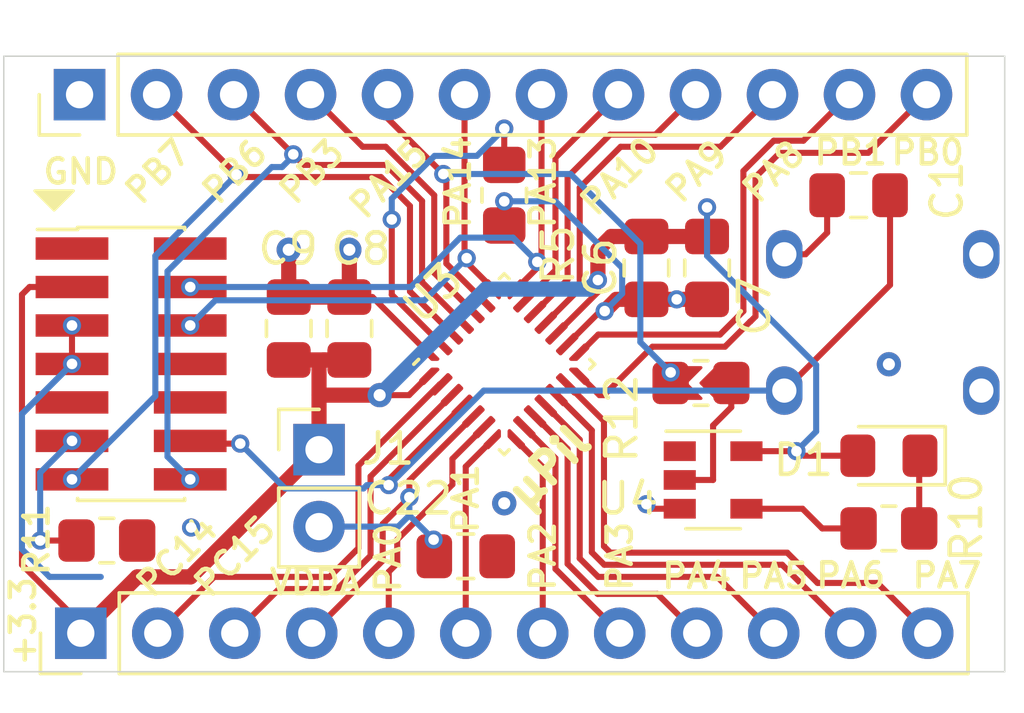
<source format=kicad_pcb>
(kicad_pcb (version 20211014) (generator pcbnew)
  (layers (0 "F.Cu" signal) (31 "B.Cu" signal) (34 "B.Paste" user) (35 "F.Paste" user) (36 "B.SilkS" user "B.Silkscreen") (37 "F.SilkS" user "F.Silkscreen") (38 "B.Mask" user) (39 "F.Mask" user) (44 "Edge.Cuts" user))
  (net 0 "")
  (footprint "Capacitor_SMD:C_0805_2012Metric_Pad1.18x1.45mm_HandSolder" (layer "F.Cu") (at 113.91 64.14 -90)
    (fp_text reference "C6" (at -0.005 1.515 -90) (layer "F.SilkS"))
    (fp_text value "100nF")
    (fp_line (start -0.261252 -0.735) (end 0.261252 -0.735) (layer "F.SilkS") (width 0.12))
    (fp_line (start -0.261252 0.735) (end 0.261252 0.735) (layer "F.SilkS") (width 0.12))
    (pad "1" smd roundrect locked (at -1.0375 0 270) (size 1.175 1.45) (layers "F.Cu" "F.Paste" "F.Mask") (roundrect_rratio 0.212766))
    (pad "2" smd roundrect locked (at 1.0375 0 270) (size 1.175 1.45) (layers "F.Cu" "F.Paste" "F.Mask") (roundrect_rratio 0.212766))
  )
  (footprint "Capacitor_SMD:C_0805_2012Metric_Pad1.18x1.45mm_HandSolder" (layer "F.Cu") (at 120.91 61.74)
    (fp_text reference "C1" (at 2.915 -0.145 270) (layer "F.SilkS"))
    (fp_text value "1uF")
    (fp_line (start -0.261252 -0.735) (end 0.261252 -0.735) (layer "F.SilkS") (width 0.12))
    (fp_line (start -0.261252 0.735) (end 0.261252 0.735) (layer "F.SilkS") (width 0.12))
    (pad "1" smd roundrect locked (at -1.0375 0) (size 1.175 1.45) (layers "F.Cu" "F.Paste" "F.Mask") (roundrect_rratio 0.212766))
    (pad "2" smd roundrect locked (at 1.0375 0) (size 1.175 1.45) (layers "F.Cu" "F.Paste" "F.Mask") (roundrect_rratio 0.212766))
  )
  (footprint "Package_TO_SOT_SMD:SOT-23-5" (layer "F.Cu") (at 116.11 71.14)
    (fp_text reference "U4" (at -2.82 0.615) (layer "F.SilkS"))
    (fp_text value "74AUC1G06")
    (fp_line (start -0.9 1.61) (end 0.9 1.61) (layer "F.SilkS") (width 0.12))
    (fp_line (start 0.9 -1.61) (end -1.55 -1.61) (layer "F.SilkS") (width 0.12))
    (pad "1" smd rect locked (at -1.1 -0.95) (size 1.06 0.65) (layers "F.Cu" "F.Paste" "F.Mask"))
    (pad "2" smd rect locked (at -1.1 0) (size 1.06 0.65) (layers "F.Cu" "F.Paste" "F.Mask"))
    (pad "3" smd rect locked (at -1.1 0.95) (size 1.06 0.65) (layers "F.Cu" "F.Paste" "F.Mask"))
    (pad "4" smd rect locked (at 1.1 0.95) (size 1.06 0.65) (layers "F.Cu" "F.Paste" "F.Mask"))
    (pad "5" smd rect locked (at 1.1 -0.95) (size 1.06 0.65) (layers "F.Cu" "F.Paste" "F.Mask"))
  )
  (footprint "Package_DFN_QFN:QFN-28_4x4mm_P0.5mm" (layer "F.Cu") (at 109.22 67.32 45)
    (fp_text reference "U3" (at 0 -3.32 45) (layer "F.SilkS"))
    (fp_text value "STM32F767VITx" hide)
    (fp_line (start 2.11 2.11) (end 2.11 1.885) (layer "F.SilkS") (width 0.12))
    (fp_line (start 1.885 -2.11) (end 2.11 -2.11) (layer "F.SilkS") (width 0.12))
    (fp_line (start -1.885 -2.11) (end -2.11 -2.11) (layer "F.SilkS") (width 0.12))
    (fp_line (start 1.885 2.11) (end 2.11 2.11) (layer "F.SilkS") (width 0.12))
    (fp_line (start 2.11 -2.11) (end 2.11 -1.885) (layer "F.SilkS") (width 0.12))
    (fp_line (start -1.885 2.11) (end -2.11 2.11) (layer "F.SilkS") (width 0.12))
    (fp_line (start -2.11 2.11) (end -2.11 1.885) (layer "F.SilkS") (width 0.12))
    (pad "1" smd custom locked (at -1.9975 -1.5 45) (size 0.136863 0.136863) (layers "F.Cu" "F.Paste" "F.Mask") (options (clearance outline) (anchor circle)) (primitives (gr_poly (pts (xy -0.3325 -0.08) (xy 0.19886 -0.08) (xy 0.3325 0.05364) (xy 0.3325 0.08) (xy -0.3325 0.08)) (width 0.09) (fill yes))))
    (pad "2" smd roundrect locked (at -1.9375 -1 45) (size 0.875 0.25) (layers "F.Cu" "F.Paste" "F.Mask"))
    (pad "3" smd roundrect locked (at -1.9375 -0.5 45) (size 0.875 0.25) (layers "F.Cu" "F.Paste" "F.Mask"))
    (pad "4" smd roundrect locked (at -1.9375 0 45) (size 0.875 0.25) (layers "F.Cu" "F.Paste" "F.Mask"))
    (pad "5" smd roundrect locked (at -1.9375 0.5 45) (size 0.875 0.25) (layers "F.Cu" "F.Paste" "F.Mask"))
    (pad "6" smd roundrect locked (at -1.9375 1 45) (size 0.875 0.25) (layers "F.Cu" "F.Paste" "F.Mask"))
    (pad "7" smd custom locked (at -1.9975 1.5 45) (size 0.136863 0.136863) (layers "F.Cu" "F.Paste" "F.Mask") (options (clearance outline) (anchor circle)) (primitives (gr_poly (pts (xy -0.3325 -0.08) (xy 0.3325 -0.08) (xy 0.3325 -0.05364) (xy 0.19886 0.08) (xy -0.3325 0.08)) (width 0.09) (fill yes))))
    (pad "8" smd custom locked (at -1.5 1.9975 45) (size 0.136863 0.136863) (layers "F.Cu" "F.Paste" "F.Mask") (options (clearance outline) (anchor circle)) (primitives (gr_poly (pts (xy -0.08 -0.19886) (xy 0.05364 -0.3325) (xy 0.08 -0.3325) (xy 0.08 0.3325) (xy -0.08 0.3325)) (width 0.09) (fill yes))))
    (pad "9" smd roundrect locked (at -1 1.9375 45) (size 0.25 0.875) (layers "F.Cu" "F.Paste" "F.Mask"))
    (pad "10" smd roundrect locked (at -0.5 1.9375 45) (size 0.25 0.875) (layers "F.Cu" "F.Paste" "F.Mask"))
    (pad "11" smd roundrect locked (at 0 1.9375 45) (size 0.25 0.875) (layers "F.Cu" "F.Paste" "F.Mask"))
    (pad "12" smd roundrect locked (at 0.5 1.9375 45) (size 0.25 0.875) (layers "F.Cu" "F.Paste" "F.Mask"))
    (pad "13" smd roundrect locked (at 1 1.9375 45) (size 0.25 0.875) (layers "F.Cu" "F.Paste" "F.Mask"))
    (pad "14" smd custom locked (at 1.5 1.9975 45) (size 0.136863 0.136863) (layers "F.Cu" "F.Paste" "F.Mask") (options (clearance outline) (anchor circle)) (primitives (gr_poly (pts (xy -0.08 -0.3325) (xy -0.05364 -0.3325) (xy 0.08 -0.19886) (xy 0.08 0.3325) (xy -0.08 0.3325)) (width 0.09) (fill yes))))
    (pad "15" smd custom locked (at 1.9975 1.5 45) (size 0.136863 0.136863) (layers "F.Cu" "F.Paste" "F.Mask") (options (clearance outline) (anchor circle)) (primitives (gr_poly (pts (xy -0.3325 -0.08) (xy 0.3325 -0.08) (xy 0.3325 0.08) (xy -0.19886 0.08) (xy -0.3325 -0.05364)) (width 0.09) (fill yes))))
    (pad "16" smd roundrect locked (at 1.9375 1 45) (size 0.875 0.25) (layers "F.Cu" "F.Paste" "F.Mask"))
    (pad "17" smd roundrect locked (at 1.9375 0.5 45) (size 0.875 0.25) (layers "F.Cu" "F.Paste" "F.Mask"))
    (pad "18" smd roundrect locked (at 1.9375 0 45) (size 0.875 0.25) (layers "F.Cu" "F.Paste" "F.Mask"))
    (pad "19" smd roundrect locked (at 1.9375 -0.5 45) (size 0.875 0.25) (layers "F.Cu" "F.Paste" "F.Mask"))
    (pad "20" smd roundrect locked (at 1.9375 -1 45) (size 0.875 0.25) (layers "F.Cu" "F.Paste" "F.Mask"))
    (pad "21" smd custom locked (at 1.9975 -1.5 45) (size 0.136863 0.136863) (layers "F.Cu" "F.Paste" "F.Mask") (options (clearance outline) (anchor circle)) (primitives (gr_poly (pts (xy -0.3325 0.05364) (xy -0.19886 -0.08) (xy 0.3325 -0.08) (xy 0.3325 0.08) (xy -0.3325 0.08)) (width 0.09) (fill yes))))
    (pad "22" smd custom locked (at 1.5 -1.9975 45) (size 0.136863 0.136863) (layers "F.Cu" "F.Paste" "F.Mask") (options (clearance outline) (anchor circle)) (primitives (gr_poly (pts (xy -0.08 -0.3325) (xy 0.08 -0.3325) (xy 0.08 0.19886) (xy -0.05364 0.3325) (xy -0.08 0.3325)) (width 0.09) (fill yes))))
    (pad "23" smd roundrect locked (at 1 -1.9375 45) (size 0.25 0.875) (layers "F.Cu" "F.Paste" "F.Mask"))
    (pad "24" smd roundrect locked (at 0.5 -1.9375 45) (size 0.25 0.875) (layers "F.Cu" "F.Paste" "F.Mask"))
    (pad "25" smd roundrect locked (at 0 -1.9375 45) (size 0.25 0.875) (layers "F.Cu" "F.Paste" "F.Mask"))
    (pad "26" smd roundrect locked (at -0.5 -1.9375 45) (size 0.25 0.875) (layers "F.Cu" "F.Paste" "F.Mask"))
    (pad "27" smd roundrect locked (at -1 -1.9375 45) (size 0.25 0.875) (layers "F.Cu" "F.Paste" "F.Mask"))
    (pad "28" smd custom locked (at -1.5 -1.9975 45) (size 0.136863 0.136863) (layers "F.Cu" "F.Paste" "F.Mask") (options (clearance outline) (anchor circle)) (primitives (gr_poly (pts (xy -0.08 -0.3325) (xy 0.08 -0.3325) (xy 0.08 0.3325) (xy 0.05364 0.3325) (xy -0.08 0.19886)) (width 0.09) (fill yes))))
  )
  (footprint "Capacitor_SMD:C_0805_2012Metric_Pad1.18x1.45mm_HandSolder" (layer "F.Cu") (at 107.95 73.66)
    (fp_text reference "C22" (at -1.905 -1.905) (layer "F.SilkS"))
    (fp_text value "2.2uF")
    (fp_line (start -0.261252 -0.735) (end 0.261252 -0.735) (layer "F.SilkS") (width 0.12))
    (fp_line (start -0.261252 0.735) (end 0.261252 0.735) (layer "F.SilkS") (width 0.12))
    (pad "1" smd roundrect locked (at -1.0375 0) (size 1.175 1.45) (layers "F.Cu" "F.Paste" "F.Mask") (roundrect_rratio 0.212766))
    (pad "2" smd roundrect locked (at 1.0375 0) (size 1.175 1.45) (layers "F.Cu" "F.Paste" "F.Mask") (roundrect_rratio 0.212766))
  )
  (footprint "Custom:Schurter_LPS&LPH" (layer "F.Cu") (at 121.71 65.94 180)
    (fp_text reference "SW1" hide)
    (fp_text value "SW_Push")
    (pad "1" thru_hole oval locked (at 3.25 -2.25 180) (size 1.2 1.6) (drill 0.8) (layers *.Cu *.Mask))
    (pad "1" thru_hole oval locked (at -3.25 -2.25 180) (size 1.2 1.6) (drill 0.8) (layers *.Cu *.Mask))
    (pad "2" thru_hole oval locked (at 3.25 2.25 180) (size 1.2 1.6) (drill 0.8) (layers *.Cu *.Mask))
    (pad "2" thru_hole oval locked (at -3.25 2.25 180) (size 1.2 1.6) (drill 0.8) (layers *.Cu *.Mask))
  )
  (footprint "Connector_PinHeader_2.54mm:PinHeader_1x02_P2.54mm_Vertical" (layer "F.Cu") (at 103.11 70.14)
    (fp_text reference "J1" (at 2.28 -0.03) (layer "F.SilkS"))
    (fp_text value "Conn_01x02_Male")
    (fp_line (start -1.33 -1.33) (end 0 -1.33) (layer "F.SilkS") (width 0.12))
    (fp_line (start -1.33 1.27) (end -1.33 3.87) (layer "F.SilkS") (width 0.12))
    (fp_line (start -1.33 0) (end -1.33 -1.33) (layer "F.SilkS") (width 0.12))
    (fp_line (start 1.33 1.27) (end 1.33 3.87) (layer "F.SilkS") (width 0.12))
    (fp_line (start -1.33 1.27) (end 1.33 1.27) (layer "F.SilkS") (width 0.12))
    (fp_line (start -1.33 3.87) (end 1.33 3.87) (layer "F.SilkS") (width 0.12))
    (pad "1" thru_hole rect locked (at 0 0) (size 1.7 1.7) (drill 0.9) (layers *.Cu *.Mask))
    (pad "2" thru_hole oval locked (at 0 2.54) (size 1.7 1.7) (drill 0.9) (layers *.Cu *.Mask))
  )
  (footprint "Custom:R_0805_2012Metric_Pad1.20x1.40mm_HandSolder_Jump" (layer "F.Cu") (at 115.71 67.94 180)
    (fp_text reference "R12" (at 2.62 -1.17 90) (layer "F.SilkS"))
    (fp_text value "0R")
    (fp_poly (pts (xy 0 0) (xy -0.635 0.635) (xy -0.635 -0.635)) (layer "F.Cu") (width 0.1) (fill solid))
    (fp_poly (pts (xy 0.508 0.508) (xy 0 0.508) (xy 0.508 0)) (layer "F.Cu") (width 0.1) (fill solid))
    (fp_poly (pts (xy 0.508 0) (xy 0 -0.508) (xy 0.508 -0.508)) (layer "F.Cu") (width 0.1) (fill solid))
    (fp_line (start -0.227064 0.735) (end 0.227064 0.735) (layer "F.SilkS") (width 0.12))
    (fp_line (start -0.227064 -0.735) (end 0.227064 -0.735) (layer "F.SilkS") (width 0.12))
    (pad "1" smd roundrect locked (at -1 0 180) (size 1.2 1.4) (layers "F.Cu" "F.Paste" "F.Mask") (roundrect_rratio 0.208333))
    (pad "2" smd roundrect locked (at 1 0 180) (size 1.2 1.4) (layers "F.Cu" "F.Paste" "F.Mask") (roundrect_rratio 0.208333))
  )
  (footprint "Resistor_SMD:R_0805_2012Metric_Pad1.20x1.40mm_HandSolder" (layer "F.Cu") (at 96.11 73.14 180)
    (fp_text reference "R11" (at 2.32 0.03 90) (layer "F.SilkS") (effects (font (size 0.8 0.8))))
    (fp_text value "100Ω")
    (fp_line (start -0.227064 -0.735) (end 0.227064 -0.735) (layer "F.SilkS") (width 0.12))
    (fp_line (start -0.227064 0.735) (end 0.227064 0.735) (layer "F.SilkS") (width 0.12))
    (pad "1" smd roundrect locked (at -1 0 180) (size 1.2 1.4) (layers "F.Cu" "F.Paste" "F.Mask") (roundrect_rratio 0.208333))
    (pad "2" smd roundrect locked (at 1 0 180) (size 1.2 1.4) (layers "F.Cu" "F.Paste" "F.Mask") (roundrect_rratio 0.208333))
  )
  (footprint "Resistor_SMD:R_0805_2012Metric_Pad1.20x1.40mm_HandSolder" (layer "F.Cu") (at 109.22 61.74 -90)
    (fp_text reference "R5" (at 1.97 -1.78 90) (layer "F.SilkS"))
    (fp_text value "10k")
    (fp_line (start -0.227064 -0.735) (end 0.227064 -0.735) (layer "F.SilkS") (width 0.12))
    (fp_line (start -0.227064 0.735) (end 0.227064 0.735) (layer "F.SilkS") (width 0.12))
    (pad "1" smd roundrect locked (at -1 0 270) (size 1.2 1.4) (layers "F.Cu" "F.Paste" "F.Mask") (roundrect_rratio 0.208333))
    (pad "2" smd roundrect locked (at 1 0 270) (size 1.2 1.4) (layers "F.Cu" "F.Paste" "F.Mask") (roundrect_rratio 0.208333))
  )
  (footprint "Resistor_SMD:R_0805_2012Metric_Pad1.20x1.40mm_HandSolder" (layer "F.Cu") (at 121.91 72.74)
    (fp_text reference "R10" (at 2.55 -0.35 270) (layer "F.SilkS"))
    (fp_text value "1k")
    (fp_line (start -0.227064 0.735) (end 0.227064 0.735) (layer "F.SilkS") (width 0.12))
    (fp_line (start -0.227064 -0.735) (end 0.227064 -0.735) (layer "F.SilkS") (width 0.12))
    (pad "1" smd roundrect locked (at -1 0) (size 1.2 1.4) (layers "F.Cu" "F.Paste" "F.Mask") (roundrect_rratio 0.208333))
    (pad "2" smd roundrect locked (at 1 0) (size 1.2 1.4) (layers "F.Cu" "F.Paste" "F.Mask") (roundrect_rratio 0.208333))
  )
  (footprint "Capacitor_SMD:C_0805_2012Metric_Pad1.18x1.45mm_HandSolder" (layer "F.Cu") (at 104.11 66.14 90)
    (fp_text reference "C8" (at 2.63 0.38 180) (layer "F.SilkS"))
    (fp_text value "1uF")
    (fp_line (start -0.261252 0.735) (end 0.261252 0.735) (layer "F.SilkS") (width 0.12))
    (fp_line (start -0.261252 -0.735) (end 0.261252 -0.735) (layer "F.SilkS") (width 0.12))
    (pad "1" smd roundrect locked (at -1.0375 0 90) (size 1.175 1.45) (layers "F.Cu" "F.Paste" "F.Mask") (roundrect_rratio 0.212766))
    (pad "2" smd roundrect locked (at 1.0375 0 90) (size 1.175 1.45) (layers "F.Cu" "F.Paste" "F.Mask") (roundrect_rratio 0.212766))
  )
  (footprint "Diode_SMD:D_0805_2012Metric_Pad1.15x1.40mm_HandSolder" (layer "F.Cu") (at 121.91 70.34 180)
    (fp_text reference "D1" (at 2.82 -0.145) (layer "F.SilkS"))
    (fp_text value "LED")
    (fp_line (start -1.86 -0.96) (end -1.86 0.96) (layer "F.SilkS") (width 0.12))
    (fp_line (start 1 -0.96) (end -1.86 -0.96) (layer "F.SilkS") (width 0.12))
    (fp_line (start -1.86 0.96) (end 1 0.96) (layer "F.SilkS") (width 0.12))
    (pad "1" smd roundrect locked (at -1.025 0 180) (size 1.15 1.4) (layers "F.Cu" "F.Paste" "F.Mask") (roundrect_rratio 0.217391))
    (pad "2" smd roundrect locked (at 1.025 0 180) (size 1.15 1.4) (layers "F.Cu" "F.Paste" "F.Mask") (roundrect_rratio 0.217391))
  )
  (footprint "Capacitor_SMD:C_0805_2012Metric_Pad1.18x1.45mm_HandSolder" (layer "F.Cu") (at 115.91 64.14 -90)
    (fp_text reference "C7" (at 1.265 -1.565 90) (layer "F.SilkS"))
    (fp_text value "2.2uF")
    (fp_line (start -0.261252 -0.735) (end 0.261252 -0.735) (layer "F.SilkS") (width 0.12))
    (fp_line (start -0.261252 0.735) (end 0.261252 0.735) (layer "F.SilkS") (width 0.12))
    (pad "1" smd roundrect locked (at -1.0375 0 270) (size 1.175 1.45) (layers "F.Cu" "F.Paste" "F.Mask") (roundrect_rratio 0.212766))
    (pad "2" smd roundrect locked (at 1.0375 0 270) (size 1.175 1.45) (layers "F.Cu" "F.Paste" "F.Mask") (roundrect_rratio 0.212766))
  )
  (footprint "Capacitor_SMD:C_0805_2012Metric_Pad1.18x1.45mm_HandSolder" (layer "F.Cu") (at 102.11 66.14 90)
    (fp_text reference "C9" (at 2.63 -0.02) (layer "F.SilkS"))
    (fp_text value "100nF")
    (fp_line (start -0.261252 -0.735) (end 0.261252 -0.735) (layer "F.SilkS") (width 0.12))
    (fp_line (start -0.261252 0.735) (end 0.261252 0.735) (layer "F.SilkS") (width 0.12))
    (pad "1" smd roundrect locked (at -1.0375 0 90) (size 1.175 1.45) (layers "F.Cu" "F.Paste" "F.Mask") (roundrect_rratio 0.212766))
    (pad "2" smd roundrect locked (at 1.0375 0 90) (size 1.175 1.45) (layers "F.Cu" "F.Paste" "F.Mask") (roundrect_rratio 0.212766))
  )
  (footprint "Connector_PinHeader_2.54mm:PinHeader_1x12_P2.54mm_Vertical" (layer "F.Cu") (at 95.21 58.42 90)
    (fp_text reference "J9" hide)
    (fp_text value "76-100")
    (fp_line (start -1.33 0) (end -1.33 -1.33) (layer "F.SilkS") (width 0.12))
    (fp_line (start -1.33 29.27) (end 1.33 29.27) (layer "F.SilkS") (width 0.12))
    (fp_line (start -1.33 -1.33) (end 0 -1.33) (layer "F.SilkS") (width 0.12))
    (fp_line (start -1.33 1.27) (end -1.33 29.27) (layer "F.SilkS") (width 0.12))
    (fp_line (start -1.33 1.27) (end 1.33 1.27) (layer "F.SilkS") (width 0.12))
    (fp_line (start 1.33 1.27) (end 1.33 29.27) (layer "F.SilkS") (width 0.12))
    (pad "1" thru_hole rect locked (at 0 0 90) (size 1.7 1.7) (drill 0.9) (layers *.Cu *.Mask))
    (pad "2" thru_hole oval locked (at 0 2.54 90) (size 1.7 1.7) (drill 0.9) (layers *.Cu *.Mask))
    (pad "3" thru_hole oval locked (at 0 5.08 90) (size 1.7 1.7) (drill 0.9) (layers *.Cu *.Mask))
    (pad "4" thru_hole oval locked (at 0 7.62 90) (size 1.7 1.7) (drill 0.9) (layers *.Cu *.Mask))
    (pad "5" thru_hole oval locked (at 0 10.16 90) (size 1.7 1.7) (drill 0.9) (layers *.Cu *.Mask))
    (pad "6" thru_hole oval locked (at 0 12.7 90) (size 1.7 1.7) (drill 0.9) (layers *.Cu *.Mask))
    (pad "7" thru_hole oval locked (at 0 15.24 90) (size 1.7 1.7) (drill 0.9) (layers *.Cu *.Mask))
    (pad "8" thru_hole oval locked (at 0 17.78 90) (size 1.7 1.7) (drill 0.9) (layers *.Cu *.Mask))
    (pad "9" thru_hole oval locked (at 0 20.32 90) (size 1.7 1.7) (drill 0.9) (layers *.Cu *.Mask))
    (pad "10" thru_hole oval locked (at 0 22.86 90) (size 1.7 1.7) (drill 0.9) (layers *.Cu *.Mask))
    (pad "11" thru_hole oval locked (at 0 25.4 90) (size 1.7 1.7) (drill 0.9) (layers *.Cu *.Mask))
    (pad "12" thru_hole oval locked (at 0 27.94 90) (size 1.7 1.7) (drill 0.9) (layers *.Cu *.Mask))
  )
  (footprint "Connector_PinHeader_2.54mm:PinHeader_1x12_P2.54mm_Vertical" (layer "F.Cu") (at 95.25 76.2 90)
    (fp_text reference "J8" hide)
    (fp_text value "51-75")
    (fp_line (start -1.33 1.27) (end -1.33 29.27) (layer "F.SilkS") (width 0.12))
    (fp_line (start 1.33 1.27) (end 1.33 29.27) (layer "F.SilkS") (width 0.12))
    (fp_line (start -1.33 0) (end -1.33 -1.33) (layer "F.SilkS") (width 0.12))
    (fp_line (start -1.33 1.27) (end 1.33 1.27) (layer "F.SilkS") (width 0.12))
    (fp_line (start -1.33 29.27) (end 1.33 29.27) (layer "F.SilkS") (width 0.12))
    (fp_line (start -1.33 -1.33) (end 0 -1.33) (layer "F.SilkS") (width 0.12))
    (pad "1" thru_hole rect locked (at 0 0 90) (size 1.7 1.7) (drill 0.9) (layers *.Cu *.Mask))
    (pad "2" thru_hole oval locked (at 0 2.54 90) (size 1.7 1.7) (drill 0.9) (layers *.Cu *.Mask))
    (pad "3" thru_hole oval locked (at 0 5.08 90) (size 1.7 1.7) (drill 0.9) (layers *.Cu *.Mask))
    (pad "4" thru_hole oval locked (at 0 7.62 90) (size 1.7 1.7) (drill 0.9) (layers *.Cu *.Mask))
    (pad "5" thru_hole oval locked (at 0 10.16 90) (size 1.7 1.7) (drill 0.9) (layers *.Cu *.Mask))
    (pad "6" thru_hole oval locked (at 0 12.7 90) (size 1.7 1.7) (drill 0.9) (layers *.Cu *.Mask))
    (pad "7" thru_hole oval locked (at 0 15.24 90) (size 1.7 1.7) (drill 0.9) (layers *.Cu *.Mask))
    (pad "8" thru_hole oval locked (at 0 17.78 90) (size 1.7 1.7) (drill 0.9) (layers *.Cu *.Mask))
    (pad "9" thru_hole oval locked (at 0 20.32 90) (size 1.7 1.7) (drill 0.9) (layers *.Cu *.Mask))
    (pad "10" thru_hole oval locked (at 0 22.86 90) (size 1.7 1.7) (drill 0.9) (layers *.Cu *.Mask))
    (pad "11" thru_hole oval locked (at 0 25.4 90) (size 1.7 1.7) (drill 0.9) (layers *.Cu *.Mask))
    (pad "12" thru_hole oval locked (at 0 27.94 90) (size 1.7 1.7) (drill 0.9) (layers *.Cu *.Mask))
  )
  (footprint "Custom:Harwin_M50-3610742" (layer "F.Cu") (at 96.91 67.31)
    (fp_text reference "J10" hide)
    (fp_text value "STLINK-V3")
    (fp_line (start 1.765 4.44) (end 1.765 4.505) (layer "F.SilkS") (width 0.12))
    (fp_line (start -1.765 4.44) (end -1.765 4.505) (layer "F.SilkS") (width 0.12))
    (fp_line (start -1.765 -4.505) (end -1.765 -4.44) (layer "F.SilkS") (width 0.12))
    (fp_line (start -3.09 -4.44) (end -1.765 -4.44) (layer "F.SilkS") (width 0.12))
    (fp_line (start -1.765 -4.505) (end 1.765 -4.505) (layer "F.SilkS") (width 0.12))
    (fp_line (start -1.765 4.505) (end 1.765 4.505) (layer "F.SilkS") (width 0.12))
    (fp_line (start 1.765 -4.505) (end 1.765 -4.44) (layer "F.SilkS") (width 0.12))
    (fp_poly (pts (xy -2.54 -5.08) (xy -3.175 -5.715) (xy -1.905 -5.715)) (layer "F.SilkS") (width 0.1) (fill solid))
    (pad "" np_thru_hole circle locked (at 0 3.175) (size 0.8 0.8) (drill 0.8) (layers *.Cu *.Mask))
    (pad "" np_thru_hole circle locked (at 0 -3.175) (size 0.8 0.8) (drill 0.8) (layers *.Cu *.Mask))
    (pad "1" smd rect locked (at -1.95 -3.81) (size 2.4 0.74) (layers "F.Cu" "F.Paste" "F.Mask"))
    (pad "2" smd rect locked (at 1.95 -3.81) (size 2.4 0.74) (layers "F.Cu" "F.Paste" "F.Mask"))
    (pad "3" smd rect locked (at -1.95 -2.54) (size 2.4 0.74) (layers "F.Cu" "F.Paste" "F.Mask"))
    (pad "4" smd rect locked (at 1.95 -2.54) (size 2.4 0.74) (layers "F.Cu" "F.Paste" "F.Mask"))
    (pad "5" smd rect locked (at -1.95 -1.27) (size 2.4 0.74) (layers "F.Cu" "F.Paste" "F.Mask"))
    (pad "6" smd rect locked (at 1.95 -1.27) (size 2.4 0.74) (layers "F.Cu" "F.Paste" "F.Mask"))
    (pad "7" smd rect locked (at -1.95 0) (size 2.4 0.74) (layers "F.Cu" "F.Paste" "F.Mask"))
    (pad "8" smd rect locked (at 1.95 0) (size 2.4 0.74) (layers "F.Cu" "F.Paste" "F.Mask"))
    (pad "9" smd rect locked (at -1.95 1.27) (size 2.4 0.74) (layers "F.Cu" "F.Paste" "F.Mask"))
    (pad "10" smd rect locked (at 1.95 1.27) (size 2.4 0.74) (layers "F.Cu" "F.Paste" "F.Mask"))
    (pad "11" smd rect locked (at -1.95 2.54) (size 2.4 0.74) (layers "F.Cu" "F.Paste" "F.Mask"))
    (pad "12" smd rect locked (at 1.95 2.54) (size 2.4 0.74) (layers "F.Cu" "F.Paste" "F.Mask"))
    (pad "13" smd rect locked (at -1.95 3.81) (size 2.4 0.74) (layers "F.Cu" "F.Paste" "F.Mask"))
    (pad "14" smd rect locked (at 1.95 3.81) (size 2.4 0.74) (layers "F.Cu" "F.Paste" "F.Mask"))
  )
  (gr_line (start 92.71 57.15) (end 92.71 77.47) (layer "Edge.Cuts") (width 0.05))
  (gr_line (start 125.73 77.47) (end 125.73 57.15) (layer "Edge.Cuts") (width 0.05))
  (gr_line (start 125.73 57.15) (end 92.71 57.15) (layer "Edge.Cuts") (width 0.05))
  (gr_line (start 92.71 77.47) (end 125.73 77.47) (layer "Edge.Cuts") (width 0.05))
  (gr_text "PA0" (at 105.39 73.71 90) (layer "F.SilkS") (effects (font (size 0.8 0.8))))
  (gr_text "PC14" (at 98.425 73.66 45) (layer "F.SilkS") (effects (font (size 0.8 0.8))))
  (gr_text "PB1" (at 120.65 60.325) (layer "F.SilkS") (effects (font (size 0.8 0.8))))
  (gr_text "PB0" (at 123.19 60.325) (layer "F.SilkS") (effects (font (size 0.8 0.8))))
  (gr_text "PA10" (at 113.03 61.11 45) (layer "F.SilkS") (effects (font (size 0.8 0.8))))
  (gr_text "µPil" (at 110.69 70.71 45) (layer "F.SilkS") (effects (font (size 1 1) (thickness 0.25))))
  (gr_text "PA5" (at 118.11 74.31) (layer "F.SilkS") (effects (font (size 0.8 0.8))))
  (gr_text "PA8" (at 118.11 60.96 45) (layer "F.SilkS") (effects (font (size 0.8 0.8))))
  (gr_text "VDDA" (at 102.99 74.51) (layer "F.SilkS") (effects (font (size 0.8 0.8))))
  (gr_text "PA13" (at 110.49 61.31 90) (layer "F.SilkS") (effects (font (size 0.8 0.8))))
  (gr_text "PA14" (at 107.69 61.31 90) (layer "F.SilkS") (effects (font (size 0.8 0.8))))
  (gr_text "PA9" (at 115.57 60.96 45) (layer "F.SilkS") (effects (font (size 0.8 0.8))))
  (gr_text "PA15" (at 105.41 61.21 45) (layer "F.SilkS") (effects (font (size 0.8 0.8))))
  (gr_text "PB3" (at 102.87 60.96 45) (layer "F.SilkS") (effects (font (size 0.8 0.8))))
  (gr_text "PB6" (at 100.33 60.96 45) (layer "F.SilkS") (effects (font (size 0.8 0.8))))
  (gr_text "PA4" (at 115.57 74.31) (layer "F.SilkS") (effects (font (size 0.8 0.8))))
  (gr_text "PC15" (at 100.33 73.66 45) (layer "F.SilkS") (effects (font (size 0.8 0.8))))
  (gr_text "GND" (at 95.25 60.96) (layer "F.SilkS") (effects (font (size 0.8 0.8))))
  (gr_text "PB7" (at 97.79 60.96 45) (layer "F.SilkS") (effects (font (size 0.8 0.8))))
  (gr_text "PA6" (at 120.65 74.295) (layer "F.SilkS") (effects (font (size 0.8 0.8))))
  (gr_text "PA2" (at 110.49 73.66 90) (layer "F.SilkS") (effects (font (size 0.8 0.8))))
  (gr_text "PA7" (at 123.825 74.295) (layer "F.SilkS") (effects (font (size 0.8 0.8))))
  (gr_text "PA3" (at 113.03 73.66 90) (layer "F.SilkS") (effects (font (size 0.8 0.8))))
  (gr_text "PA1" (at 107.95 71.755 90) (layer "F.SilkS") (effects (font (size 0.8 0.8))))
  (gr_text "+3.3" (at 93.345 75.81 90) (layer "F.SilkS") (effects (font (size 0.8 0.8))))
  (segment (start 98.56 69.94) (end 98.47 69.85) (width 0.2) (layer "F.Cu") (net 0))
  (segment (start 112.389947 65.564266) (end 112.534263 65.564266) (width 0.2) (layer "F.Cu") (net 0))
  (segment (start 111.297126 66.657087) (end 112.389947 65.564266) (width 0.2) (layer "F.Cu") (net 0))
  (segment (start 121.9475 64.7025) (end 118.46 68.19) (width 0.2) (layer "F.Cu") (net 0))
  (segment (start 105.419992 71.300006) (end 105.409998 71.31) (width 0.2) (layer "F.Cu") (net 0))
  (segment (start 121.9475 61.74) (end 121.9475 64.7025) (width 0.2) (layer "F.Cu") (net 0))
  (segment (start 105.419992 71.120008) (end 105.419992 71.300006) (width 0.2) (layer "F.Cu") (net 0))
  (segment (start 107.849981 68.690019) (end 105.419992 71.120008) (width 0.2) (layer "F.Cu") (net 0))
  (segment (start 105.419992 71.120008) (end 105.41 71.120008) (width 0.2) (layer "F.Cu") (net 0))
  (segment (start 100.51 69.94) (end 98.56 69.94) (width 0.2) (layer "F.Cu") (net 0))
  (segment (start 112.534263 65.564266) (end 112.921029 65.1775) (width 0.5) (layer "F.Cu") (net 0))
  (segment (start 114.06 72.09) (end 113.91 71.94) (width 0.2) (layer "F.Cu") (net 0))
  (segment (start 112.921029 65.1775) (end 115.71 65.1775) (width 0.5) (layer "F.Cu") (net 0))
  (segment (start 102.11 65.1025) (end 102.11 63.54) (width 0.5) (layer "F.Cu") (net 0))
  (segment (start 94.959982 66.04) (end 94.959982 67.309998) (width 0.2) (layer "F.Cu") (net 0))
  (segment (start 118.46 63.69) (end 119.16 63.69) (width 0.2) (layer "F.Cu") (net 0))
  (segment (start 102.11 65.1025) (end 104.11 65.1025) (width 0.5) (layer "F.Cu") (net 0))
  (segment (start 115.01 72.09) (end 114.06 72.09) (width 0.2) (layer "F.Cu") (net 0))
  (segment (start 119.16 63.69) (end 119.8725 62.9775) (width 0.2) (layer "F.Cu") (net 0))
  (segment (start 104.11 65.1025) (end 104.11 63.54) (width 0.5) (layer "F.Cu") (net 0))
  (segment (start 104.8725 65.1025) (end 104.11 65.1025) (width 0.2) (layer "F.Cu") (net 0))
  (segment (start 106.738214 66.968214) (end 104.8725 65.1025) (width 0.2) (layer "F.Cu") (net 0))
  (segment (start 119.8725 62.9775) (end 119.8725 61.74) (width 0.2) (layer "F.Cu") (net 0))
  (segment (start 106.746894 66.968214) (end 106.738214 66.968214) (width 0.2) (layer "F.Cu") (net 0))
  (segment (start 109.22 62.74) (end 109.22 61.94) (width 0.2) (layer "F.Cu") (net 0))
  (segment (start 109.11 61.94) (end 109.11 62.74) (width 0.2) (layer "F.Cu") (net 0))
  (segment (start 94.959982 67.309998) (end 94.959984 67.31) (width 0.2) (layer "F.Cu") (net 0))
  (segment (start 122.91 72.74) (end 122.91 70.365) (width 0.2) (layer "F.Cu") (net 0))
  (segment (start 122.91 70.365) (end 122.935 70.34) (width 0.2) (layer "F.Cu") (net 0))
  (segment (start 105.210008 73.80569) (end 105.210008 72.593992) (width 0.2) (layer "F.Cu") (net 0))
  (segment (start 104.33 74.74) (end 104.33 74.685698) (width 0.2) (layer "F.Cu") (net 0))
  (segment (start 105.210008 72.593992) (end 106.09 71.714) (width 0.2) (layer "F.Cu") (net 0))
  (segment (start 102.87 76.2) (end 104.33 74.74) (width 0.2) (layer "F.Cu") (net 0))
  (segment (start 106.09 71.714) (end 106.09 71.71) (width 0.2) (layer "F.Cu") (net 0))
  (segment (start 106.09 71.157107) (end 108.203534 69.043573) (width 0.2) (layer "F.Cu") (net 0))
  (segment (start 104.33 74.685698) (end 105.210008 73.80569) (width 0.2) (layer "F.Cu") (net 0))
  (segment (start 106.09 71.71) (end 106.09 71.157107) (width 0.2) (layer "F.Cu") (net 0))
  (segment (start 111.71002 69.81002) (end 111.71002 73.73002) (width 0.2) (layer "F.Cu") (net 0))
  (segment (start 107.510013 70.4442) (end 108.557087 69.397126) (width 0.2) (layer "F.Cu") (net 0))
  (segment (start 111.297126 67.982913) (end 112.51004 69.195827) (width 0.2) (layer "F.Cu") (net 0))
  (segment (start 107.093383 67.982913) (end 104.409987 70.666309) (width 0.2) (layer "F.Cu") (net 0))
  (segment (start 103.46 74.34) (end 99.65 74.34) (width 0.2) (layer "F.Cu") (net 0))
  (segment (start 104.809998 73.640002) (end 103.71 74.74) (width 0.2) (layer "F.Cu") (net 0))
  (segment (start 108.856894 69.793106) (end 107.95 70.7) (width 0.2) (layer "F.Cu") (net 0))
  (segment (start 114.272151 74.902151) (end 112.302161 74.902151) (width 0.2) (layer "F.Cu") (net 0))
  (segment (start 110.49 70.71132) (end 110.49 76.2) (width 0.2) (layer "F.Cu") (net 0))
  (segment (start 107.95 70.7) (end 107.95 76.2) (width 0.2) (layer "F.Cu") (net 0))
  (segment (start 116.25 74.34) (end 118.11 76.2) (width 0.2) (layer "F.Cu") (net 0))
  (segment (start 110.590019 68.690019) (end 111.71002 69.81002) (width 0.2) (layer "F.Cu") (net 0))
  (segment (start 118.39 73.94) (end 120.65 76.2) (width 0.2) (layer "F.Cu") (net 0))
  (segment (start 112.51004 69.195827) (end 112.51004 73.33004) (width 0.2) (layer "F.Cu") (net 0))
  (segment (start 118.310008 60.340008) (end 121.229992 60.340008) (width 0.2) (layer "F.Cu") (net 0))
  (segment (start 117.51 61.14) (end 118.31 60.34) (width 0.2) (layer "F.Cu") (net 0))
  (segment (start 99.65 74.34) (end 97.79 76.2) (width 0.2) (layer "F.Cu") (net 0))
  (segment (start 119.5557 74.54) (end 121.53 74.54) (width 0.2) (layer "F.Cu") (net 0))
  (segment (start 103.71 74.74) (end 101.79 74.74) (width 0.2) (layer "F.Cu") (net 0))
  (segment (start 105.41 74.171397) (end 105.69 73.891397) (width 0.2) (layer "F.Cu") (net 0))
  (segment (start 117.51 65.74) (end 117.51 61.14) (width 0.2) (layer "F.Cu") (net 0))
  (segment (start 118.31 60.34) (end 118.310008 60.340008) (width 0.2) (layer "F.Cu") (net 0))
  (segment (start 117.341487 65.908513) (end 117.51 65.74) (width 0.2) (layer "F.Cu") (net 0))
  (segment (start 101.79 74.74) (end 100.33 76.2) (width 0.2) (layer "F.Cu") (net 0))
  (segment (start 105.69 73.11) (end 107.510013 71.289987) (width 0.2) (layer "F.Cu") (net 0))
  (segment (start 112.302161 74.902151) (end 111.31001 73.91) (width 0.2) (layer "F.Cu") (net 0))
  (segment (start 110.236466 69.043573) (end 111.31001 70.117117) (width 0.2) (layer "F.Cu") (net 0))
  (segment (start 109.882913 69.397126) (end 110.909999 70.424212) (width 0.2) (layer "F.Cu") (net 0))
  (segment (start 112.32 74.34) (end 116.25 74.34) (width 0.2) (layer "F.Cu") (net 0))
  (segment (start 115.57 76.2) (end 114.272151 74.902151) (width 0.2) (layer "F.Cu") (net 0))
  (segment (start 112.52 73.94) (end 118.39 73.94) (width 0.2) (layer "F.Cu") (net 0))
  (segment (start 104.409987 73.390013) (end 103.46 74.34) (width 0.2) (layer "F.Cu") (net 0))
  (segment (start 112.51004 73.33004) (end 112.72 73.54) (width 0.2) (layer "F.Cu") (net 0))
  (segment (start 118.5557 73.54) (end 119.5557 74.54) (width 0.2) (layer "F.Cu") (net 0))
  (segment (start 104.809998 71.022895) (end 104.809998 73.640002) (width 0.2) (layer "F.Cu") (net 0))
  (segment (start 105.41 76.2) (end 105.41 74.171397) (width 0.2) (layer "F.Cu") (net 0))
  (segment (start 112.72 73.54) (end 118.5557 73.54) (width 0.2) (layer "F.Cu") (net 0))
  (segment (start 110.909999 70.424212) (end 110.909999 74.079999) (width 0.2) (layer "F.Cu") (net 0))
  (segment (start 109.571786 69.793106) (end 110.49 70.71132) (width 0.2) (layer "F.Cu") (net 0))
  (segment (start 121.53 74.54) (end 123.19 76.2) (width 0.2) (layer "F.Cu") (net 0))
  (segment (start 112.11003 73.53003) (end 112.52 73.94) (width 0.2) (layer "F.Cu") (net 0))
  (segment (start 121.229992 60.340008) (end 123.15 58.42) (width 0.2) (layer "F.Cu") (net 0))
  (segment (start 111.31001 70.117117) (end 111.31001 73.91) (width 0.2) (layer "F.Cu") (net 0))
  (segment (start 111.71002 73.73002) (end 112.32 74.34) (width 0.2) (layer "F.Cu") (net 0))
  (segment (start 110.943573 68.336466) (end 112.11003 69.502923) (width 0.2) (layer "F.Cu") (net 0))
  (segment (start 107.142874 67.982913) (end 107.093383 67.982913) (width 0.2) (layer "F.Cu") (net 0))
  (segment (start 107.496427 68.336466) (end 104.809998 71.022895) (width 0.2) (layer "F.Cu") (net 0))
  (segment (start 112.11003 69.502923) (end 112.11003 73.53003) (width 0.2) (layer "F.Cu") (net 0))
  (segment (start 108.868214 69.793106) (end 108.856894 69.793106) (width 0.2) (layer "F.Cu") (net 0))
  (segment (start 105.69 73.891397) (end 105.69 73.11) (width 0.2) (layer "F.Cu") (net 0))
  (segment (start 104.409987 70.666309) (end 104.409987 73.390013) (width 0.2) (layer "F.Cu") (net 0))
  (segment (start 110.909999 74.079999) (end 113.03 76.2) (width 0.2) (layer "F.Cu") (net 0))
  (segment (start 107.510013 71.289987) (end 107.510013 70.4442) (width 0.2) (layer "F.Cu") (net 0))
  (segment (start 109.603106 64.846894) (end 110.45 64) (width 0.2) (layer "F.Cu") (net 0))
  (segment (start 108.868214 64.846894) (end 107.91 63.88868) (width 0.2) (layer "F.Cu") (net 0))
  (segment (start 111.31 61.14) (end 112.71 59.74) (width 0.2) (layer "F.Cu") (net 0))
  (segment (start 111.71 64.83) (end 111.71 61.49) (width 0.2) (layer "F.Cu") (net 0))
  (segment (start 107.310035 63.995822) (end 107.310035 61.140035) (width 0.2) (layer "F.Cu") (net 0))
  (segment (start 111.31 64.522893) (end 111.31 61.14) (width 0.2) (layer "F.Cu") (net 0))
  (segment (start 110.45 64) (end 110.45 58.42) (width 0.2) (layer "F.Cu") (net 0))
  (segment (start 116.337845 66.339989) (end 117.109989 65.567845) (width 0.2) (layer "F.Cu") (net 0))
  (segment (start 111.693106 66.968214) (end 112.321331 66.339989) (width 0.2) (layer "F.Cu") (net 0))
  (segment (start 116.34999 60.14001) (end 118.07 58.42) (width 0.2) (layer "F.Cu") (net 0))
  (segment (start 107.21 61.04) (end 105.37 59.2) (width 0.2) (layer "F.Cu") (net 0))
  (segment (start 108.557087 65.242874) (end 107.310035 63.995822) (width 0.2) (layer "F.Cu") (net 0))
  (segment (start 106.910024 61.740024) (end 105.31 60.14) (width 0.2) (layer "F.Cu") (net 0))
  (segment (start 108.203534 65.596427) (end 106.910024 64.302917) (width 0.2) (layer "F.Cu") (net 0))
  (segment (start 117.335021 65.908513) (end 117.341487 65.908513) (width 0.2) (layer "F.Cu") (net 0))
  (segment (start 116.503534 66.74) (end 117.335021 65.908513) (width 0.2) (layer "F.Cu") (net 0))
  (segment (start 112.36132 68.34) (end 112.51 68.34) (width 0.2) (layer "F.Cu") (net 0))
  (segment (start 119.09 59.94) (end 120.61 58.42) (width 0.2) (layer "F.Cu") (net 0))
  (segment (start 118.11 59.94) (end 119.09 59.94) (width 0.2) (layer "F.Cu") (net 0))
  (segment (start 110.236466 65.596427) (end 111.31 64.522893) (width 0.2) (layer "F.Cu") (net 0))
  (segment (start 117.109989 65.567845) (end 117.109989 60.940011) (width 0.2) (layer "F.Cu") (net 0))
  (segment (start 111.71 61.49) (end 113.05999 60.14001) (width 0.2) (layer "F.Cu") (net 0))
  (segment (start 114.21 59.74) (end 115.53 58.42) (width 0.2) (layer "F.Cu") (net 0))
  (segment (start 106.910024 64.302917) (end 106.910024 61.740024) (width 0.2) (layer "F.Cu") (net 0))
  (segment (start 102.609989 60.739989) (end 102.26 60.39) (width 0.2) (layer "F.Cu") (net 0))
  (segment (start 105.319691 60.739989) (end 102.609989 60.739989) (width 0.2) (layer "F.Cu") (net 0))
  (segment (start 106.510013 61.930311) (end 105.319691 60.739989) (width 0.2) (layer "F.Cu") (net 0))
  (segment (start 110.590019 65.949981) (end 111.71 64.83) (width 0.2) (layer "F.Cu") (net 0))
  (segment (start 109.571786 64.846894) (end 109.603106 64.846894) (width 0.2) (layer "F.Cu") (net 0))
  (segment (start 105.37 59.2) (end 105.37 58.42) (width 0.2) (layer "F.Cu") (net 0))
  (segment (start 106.510013 64.610013) (end 106.510013 61.930311) (width 0.2) (layer "F.Cu") (net 0))
  (segment (start 107.849981 65.949981) (end 106.510013 64.610013) (width 0.2) (layer "F.Cu") (net 0))
  (segment (start 114.11 66.74) (end 116.503534 66.74) (width 0.2) (layer "F.Cu") (net 0))
  (segment (start 105.31 60.14) (end 104.55 60.14) (width 0.2) (layer "F.Cu") (net 0))
  (segment (start 111.693106 67.671786) (end 112.36132 68.34) (width 0.2) (layer "F.Cu") (net 0))
  (segment (start 110.91 60.5) (end 112.99 58.42) (width 0.2) (layer "F.Cu") (net 0))
  (segment (start 113.05999 60.14001) (end 116.34999 60.14001) (width 0.2) (layer "F.Cu") (net 0))
  (segment (start 112.71 59.74) (end 114.21 59.74) (width 0.2) (layer "F.Cu") (net 0))
  (segment (start 110.91 64.215787) (end 110.91 60.5) (width 0.2) (layer "F.Cu") (net 0))
  (segment (start 107.310035 61.140035) (end 107.21 61.04) (width 0.2) (layer "F.Cu") (net 0))
  (segment (start 112.51 68.34) (end 114.11 66.74) (width 0.2) (layer "F.Cu") (net 0))
  (segment (start 109.882913 65.242874) (end 110.91 64.215787) (width 0.2) (layer "F.Cu") (net 0))
  (segment (start 107.91 63.88868) (end 107.91 58.42) (width 0.2) (layer "F.Cu") (net 0))
  (segment (start 104.55 60.14) (end 102.83 58.42) (width 0.2) (layer "F.Cu") (net 0))
  (segment (start 102.26 60.39) (end 100.29 58.42) (width 0.2) (layer "F.Cu") (net 0))
  (segment (start 117.109989 60.940011) (end 118.11 59.94) (width 0.2) (layer "F.Cu") (net 0))
  (segment (start 112.321331 66.339989) (end 116.337845 66.339989) (width 0.2) (layer "F.Cu") (net 0))
  (segment (start 100.39 61.06) (end 97.75 58.42) (width 0.2) (layer "F.Cu") (net 0))
  (segment (start 109.22 59.54) (end 109.22 60.74) (width 0.2) (layer "F.Cu") (net 0))
  (segment (start 116.11 69.34) (end 116.71 68.74) (width 0.2) (layer "F.Cu") (net 0))
  (segment (start 105.51 65.024213) (end 105.51 62.54) (width 0.2) (layer "F.Cu") (net 0))
  (segment (start 106.110002 62.096) (end 105.154002 61.14) (width 0.2) (layer "F.Cu") (net 0))
  (segment (start 110.943573 66.303534) (end 112.31 64.937107) (width 0.2) (layer "F.Cu") (net 0))
  (segment (start 106.746894 67.671786) (end 106.07868 68.34) (width 0.2) (layer "F.Cu") (net 0))
  (segment (start 94.71 73.14) (end 93.91 73.14) (width 0.2) (layer "F.Cu") (net 0))
  (segment (start 105.154002 61.14) (end 100.47 61.14) (width 0.2) (layer "F.Cu") (net 0))
  (segment (start 106.110002 64.917109) (end 106.110002 62.096) (width 0.2) (layer "F.Cu") (net 0))
  (segment (start 113.71 63.1025) (end 115.71 63.1025) (width 0.5) (layer "F.Cu") (net 0))
  (segment (start 112.31 64.937107) (end 112.31 64.540004) (width 0.2) (layer "F.Cu") (net 0))
  (segment (start 102.11 67.1775) (end 103.2725 67.1775) (width 0.5) (layer "F.Cu") (net 0))
  (segment (start 116.11 71.14) (end 116.11 69.34) (width 0.2) (layer "F.Cu") (net 0))
  (segment (start 115.01 71.14) (end 116.11 71.14) (width 0.2) (layer "F.Cu") (net 0))
  (segment (start 103.11 68.34) (end 105.11 68.34) (width 0.5) (layer "F.Cu") (net 0))
  (segment (start 112.31 64.540004) (end 112.31 63.54) (width 0.5) (layer "F.Cu") (net 0))
  (segment (start 100.47 61.14) (end 100.39 61.06) (width 0.2) (layer "F.Cu") (net 0))
  (segment (start 107.142874 66.657087) (end 105.51 65.024213) (width 0.2) (layer "F.Cu") (net 0))
  (segment (start 107.496427 66.303534) (end 106.110002 64.917109) (width 0.2) (layer "F.Cu") (net 0))
  (segment (start 112.7475 63.1025) (end 113.71 63.1025) (width 0.5) (layer "F.Cu") (net 0))
  (segment (start 112.31 63.54) (end 112.7475 63.1025) (width 0.5) (layer "F.Cu") (net 0))
  (segment (start 103.07217 70.14) (end 103.11 70.14) (width 0.5) (layer "F.Cu") (net 0))
  (segment (start 98.87217 74.34) (end 103.07217 70.14) (width 0.5) (layer "F.Cu") (net 0))
  (segment (start 97.11 74.34) (end 98.87217 74.34) (width 0.5) (layer "F.Cu") (net 0))
  (segment (start 95.25 76.2) (end 97.11 74.34) (width 0.5) (layer "F.Cu") (net 0))
  (segment (start 106.07868 68.34) (end 105.11 68.34) (width 0.2) (layer "F.Cu") (net 0))
  (segment (start 103.11 70.14) (end 103.11 67.34) (width 0.5) (layer "F.Cu") (net 0))
  (segment (start 116.71 68.74) (end 116.71 67.94) (width 0.2) (layer "F.Cu") (net 0))
  (segment (start 103.11 67.34) (end 103.2725 67.1775) (width 0.5) (layer "F.Cu") (net 0))
  (segment (start 103.2725 67.1775) (end 104.11 67.1775) (width 0.5) (layer "F.Cu") (net 0))
  (segment (start 93.56 64.77) (end 94.96 64.77) (width 0.2) (layer "F.Cu") (net 0))
  (segment (start 119.11 70.34) (end 120.885 70.34) (width 0.2) (layer "F.Cu") (net 0))
  (segment (start 118.96 70.19) (end 119.11 70.34) (width 0.2) (layer "F.Cu") (net 0))
  (segment (start 115.91 63.1025) (end 115.91 62.14) (width 0.2) (layer "F.Cu") (net 0))
  (segment (start 95.25 76.2) (end 95.25 75.88) (width 0.2) (layer "F.Cu") (net 0))
  (segment (start 95.25 75.88) (end 93.309999 73.939999) (width 0.2) (layer "F.Cu") (net 0))
  (segment (start 118.86 70.19) (end 118.96 70.19) (width 0.2) (layer "F.Cu") (net 0))
  (segment (start 93.309999 73.939999) (end 93.309999 65.020001) (width 0.2) (layer "F.Cu") (net 0))
  (segment (start 117.21 70.19) (end 118.86 70.19) (width 0.2) (layer "F.Cu") (net 0))
  (segment (start 93.309999 65.020001) (end 93.56 64.77) (width 0.2) (layer "F.Cu") (net 0))
  (segment (start 119.06 72.09) (end 119.71 72.74) (width 0.2) (layer "F.Cu") (net 0))
  (segment (start 117.21 72.09) (end 119.06 72.09) (width 0.2) (layer "F.Cu") (net 0))
  (segment (start 119.71 72.74) (end 120.91 72.74) (width 0.2) (layer "F.Cu") (net 0))
  (via (at 94.959982 66.04) (size 0.6) (drill 0.35) (layers "F.Cu" "B.Cu") (net 0))
  (via (at 113.91 71.94) (size 0.6) (drill 0.35) (layers "F.Cu" "B.Cu") (net 0))
  (via (at 106.89 73.11) (size 0.6) (drill 0.35) (layers "F.Cu" "B.Cu") (net 0))
  (via (at 102.11 63.54) (size 0.8) (drill 0.4) (layers "F.Cu" "B.Cu") (net 0))
  (via (at 112.534263 65.564266) (size 0.6) (drill 0.35) (layers "F.Cu" "B.Cu") (net 0))
  (via (at 114.91 65.1775) (size 0.6) (drill 0.35) (layers "F.Cu" "B.Cu") (net 0))
  (via (at 104.11 63.54) (size 0.8) (drill 0.4) (layers "F.Cu" "B.Cu") (net 0))
  (via (at 109.22 71.91) (size 0.8) (drill 0.4) (layers "F.Cu" "B.Cu") (net 0))
  (via (at 121.91 67.32) (size 0.8) (drill 0.4) (layers "F.Cu" "B.Cu") (net 0))
  (via (at 109.22 61.94) (size 0.6) (drill 0.35) (layers "F.Cu" "B.Cu") (net 0))
  (via (at 94.959984 67.31) (size 0.6) (drill 0.35) (layers "F.Cu" "B.Cu") (net 0))
  (via (at 106.09 71.71) (size 0.6) (drill 0.35) (layers "F.Cu" "B.Cu") (net 0))
  (via (at 98.89 72.71) (size 0.6) (drill 0.35) (layers "F.Cu" "B.Cu") (net 0))
  (via (at 110.31 63.94) (size 0.6) (drill 0.35) (layers "F.Cu" "B.Cu") (net 0))
  (via (at 98.860006 64.77) (size 0.6) (drill 0.35) (layers "F.Cu" "B.Cu") (net 0))
  (via (at 100.51 69.94) (size 0.6) (drill 0.35) (layers "F.Cu" "B.Cu") (net 0))
  (via (at 105.409998 71.31) (size 0.6) (drill 0.35) (layers "F.Cu" "B.Cu") (net 0))
  (via (at 107.980711 63.817969) (size 0.6) (drill 0.35) (layers "F.Cu" "B.Cu") (net 0))
  (via (at 98.860002 66.04) (size 0.6) (drill 0.35) (layers "F.Cu" "B.Cu") (net 0))
  (via (at 98.859998 71.12) (size 0.6) (drill 0.35) (layers "F.Cu" "B.Cu") (net 0))
  (via (at 109.22 59.54) (size 0.6) (drill 0.35) (layers "F.Cu" "B.Cu") (net 0))
  (via (at 115.91 62.14) (size 0.6) (drill 0.35) (layers "F.Cu" "B.Cu") (net 0))
  (via (at 112.31 64.540004) (size 0.6) (drill 0.35) (layers "F.Cu" "B.Cu") (net 0))
  (via (at 94.960006 71.12) (size 0.6) (drill 0.35) (layers "F.Cu" "B.Cu") (net 0))
  (via (at 93.91 73.14) (size 0.6) (drill 0.35) (layers "F.Cu" "B.Cu") (net 0))
  (via (at 118.86 70.19) (size 0.6) (drill 0.35) (layers "F.Cu" "B.Cu") (net 0))
  (via (at 114.71 67.59) (size 0.6) (drill 0.35) (layers "F.Cu" "B.Cu") (net 0))
  (via (at 105.11 68.34) (size 0.8) (drill 0.4) (layers "F.Cu" "B.Cu") (net 0))
  (via (at 94.959998 69.85) (size 0.6) (drill 0.35) (layers "F.Cu" "B.Cu") (net 0))
  (via (at 105.51 62.54) (size 0.6) (drill 0.35) (layers "F.Cu" "B.Cu") (net 0))
  (via (at 102.26 60.39) (size 0.6) (drill 0.35) (layers "F.Cu" "B.Cu") (net 0))
  (via (at 107.21 61.04) (size 0.6) (drill 0.35) (layers "F.Cu" "B.Cu") (net 0))
  (via (at 100.39 61.06) (size 0.6) (drill 0.35) (layers "F.Cu" "B.Cu") (net 0))
  (segment (start 104.579993 71.420007) (end 101.990007 71.420007) (width 0.2) (layer "B.Cu") (net 0))
  (segment (start 105.422502 71.31) (end 105.409998 71.31) (width 0.2) (layer "B.Cu") (net 0))
  (segment (start 118.46 68.19) (end 108.542502 68.19) (width 0.2) (layer "B.Cu") (net 0))
  (segment (start 108.542502 68.19) (end 105.422502 71.31) (width 0.2) (layer "B.Cu") (net 0))
  (segment (start 105.409998 71.31) (end 104.69 71.31) (width 0.2) (layer "B.Cu") (net 0))
  (segment (start 100.51 69.94) (end 101.990007 71.420007) (width 0.2) (layer "B.Cu") (net 0))
  (segment (start 104.69 71.31) (end 104.579993 71.420007) (width 0.2) (layer "B.Cu") (net 0))
  (segment (start 113.11 64.14) (end 110.91 61.94) (width 0.2) (layer "B.Cu") (net 0))
  (segment (start 93.309999 73.428001) (end 94.221998 74.34) (width 0.2) (layer "B.Cu") (net 0))
  (segment (start 94.221998 74.34) (end 95.91 74.34) (width 0.2) (layer "B.Cu") (net 0))
  (segment (start 112.534263 65.564266) (end 113.11 64.988529) (width 0.2) (layer "B.Cu") (net 0))
  (segment (start 113.11 64.988529) (end 113.11 64.14) (width 0.2) (layer "B.Cu") (net 0))
  (segment (start 94.959984 67.31) (end 93.31 68.959986) (width 0.2) (layer "B.Cu") (net 0))
  (segment (start 110.91 61.94) (end 109.11 61.94) (width 0.2) (layer "B.Cu") (net 0))
  (segment (start 94.959984 67.31) (end 93.309999 68.959985) (width 0.2) (layer "B.Cu") (net 0))
  (segment (start 93.309999 68.959985) (end 93.309999 73.428001) (width 0.2) (layer "B.Cu") (net 0))
  (segment (start 106.09 71.71) (end 106.09 72.31) (width 0.2) (layer "B.Cu") (net 0))
  (segment (start 103.11 72.68) (end 105.72 72.68) (width 0.2) (layer "B.Cu") (net 0))
  (segment (start 106.09 72.31) (end 106.89 73.11) (width 0.2) (layer "B.Cu") (net 0))
  (segment (start 105.72 72.68) (end 106.09 72.31) (width 0.2) (layer "B.Cu") (net 0))
  (segment (start 106.58868 65.21) (end 99.690002 65.21) (width 0.2) (layer "B.Cu") (net 0))
  (segment (start 106.140678 64.77) (end 98.860006 64.77) (width 0.2) (layer "B.Cu") (net 0))
  (segment (start 107.770679 63.139999) (end 106.140678 64.77) (width 0.2) (layer "B.Cu") (net 0))
  (segment (start 113.71 63.34) (end 113.71 66.59) (width 0.2) (layer "B.Cu") (net 0))
  (segment (start 107.21 61.04) (end 111.41 61.04) (width 0.2) (layer "B.Cu") (net 0))
  (segment (start 109.509999 63.139999) (end 107.770679 63.139999) (width 0.2) (layer "B.Cu") (net 0))
  (segment (start 110.31 63.94) (end 109.509999 63.139999) (width 0.2) (layer "B.Cu") (net 0))
  (segment (start 113.71 66.59) (end 114.71 67.59) (width 0.2) (layer "B.Cu") (net 0))
  (segment (start 98.110011 70.370013) (end 98.859998 71.12) (width 0.2) (layer "B.Cu") (net 0))
  (segment (start 98.110011 64.251987) (end 98.110011 70.370013) (width 0.2) (layer "B.Cu") (net 0))
  (segment (start 101.551998 60.81) (end 98.110011 64.251987) (width 0.2) (layer "B.Cu") (net 0))
  (segment (start 102.26 60.44) (end 101.89 60.81) (width 0.2) (layer "B.Cu") (net 0))
  (segment (start 102.26 60.39) (end 102.26 60.44) (width 0.2) (layer "B.Cu") (net 0))
  (segment (start 101.89 60.81) (end 101.551998 60.81) (width 0.2) (layer "B.Cu") (net 0))
  (segment (start 99.690002 65.21) (end 98.860002 66.04) (width 0.2) (layer "B.Cu") (net 0))
  (segment (start 111.41 61.04) (end 113.71 63.34) (width 0.2) (layer "B.Cu") (net 0))
  (segment (start 107.980711 63.817969) (end 106.58868 65.21) (width 0.2) (layer "B.Cu") (net 0))
  (segment (start 97.71 63.74) (end 97.71 68.370006) (width 0.2) (layer "B.Cu") (net 0))
  (segment (start 106.921999 60.439999) (end 105.51 61.851998) (width 0.2) (layer "B.Cu") (net 0))
  (segment (start 108.320001 60.439999) (end 106.921999 60.439999) (width 0.2) (layer "B.Cu") (net 0))
  (segment (start 93.91 73.14) (end 93.91 70.899998) (width 0.2) (layer "B.Cu") (net 0))
  (segment (start 109.22 59.54) (end 108.320001 60.439999) (width 0.2) (layer "B.Cu") (net 0))
  (segment (start 105.51 61.851998) (end 105.51 62.54) (width 0.2) (layer "B.Cu") (net 0))
  (segment (start 97.71 68.370006) (end 94.960006 71.12) (width 0.2) (layer "B.Cu") (net 0))
  (segment (start 93.91 70.899998) (end 94.959998 69.85) (width 0.2) (layer "B.Cu") (net 0))
  (segment (start 100.39 61.06) (end 97.71 63.74) (width 0.2) (layer "B.Cu") (net 0))
  (segment (start 119.51 69.54) (end 118.86 70.19) (width 0.2) (layer "B.Cu") (net 0))
  (segment (start 115.91 63.74) (end 119.51 67.34) (width 0.2) (layer "B.Cu") (net 0))
  (segment (start 119.51 67.34) (end 119.51 69.54) (width 0.2) (layer "B.Cu") (net 0))
  (segment (start 108.609997 64.840003) (end 112.010001 64.840003) (width 0.5) (layer "B.Cu") (net 0))
  (segment (start 112.010001 64.840003) (end 112.31 64.540004) (width 0.5) (layer "B.Cu") (net 0))
  (segment (start 115.91 62.14) (end 115.91 63.74) (width 0.2) (layer "B.Cu") (net 0))
  (segment (start 105.11 68.34) (end 108.609997 64.840003) (width 0.5) (layer "B.Cu") (net 0))
)
</source>
